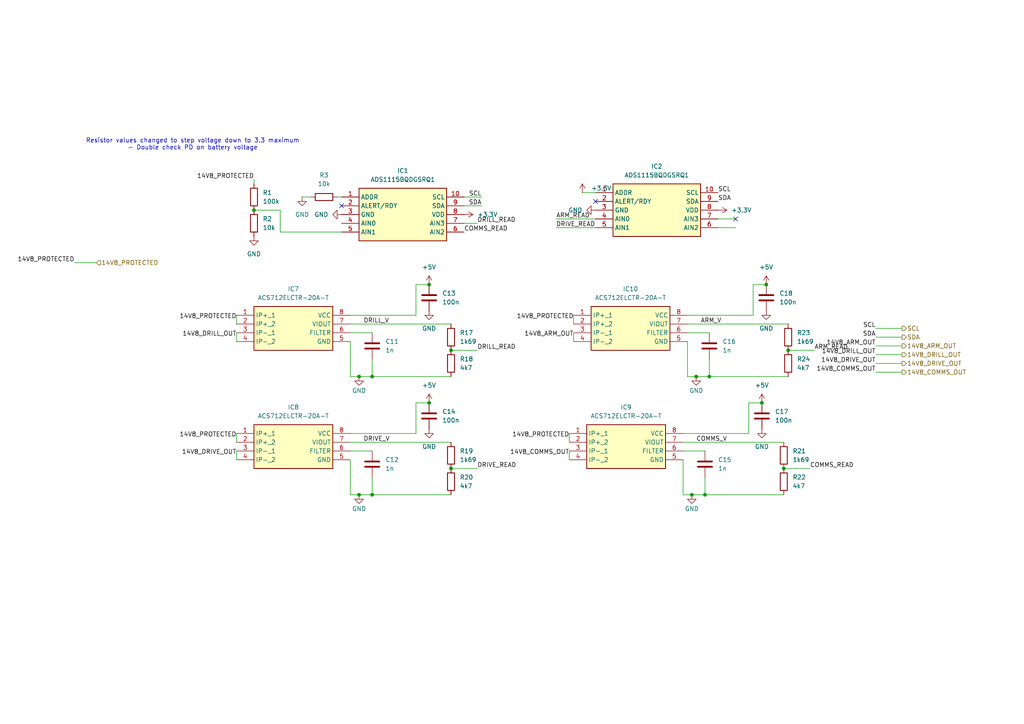
<source format=kicad_sch>
(kicad_sch (version 20250114) (generator "eeschema") (generator_version "9.0")
  (paper "A4")
  (lib_symbols
    (symbol "ACS712ELCTR-20A:ACS712ELCTR-20A-T"
      (property "Reference" "IC" (at 29.21 7.62 0))
      (property "Value" "ACS712ELCTR-20A-T" (at 29.21 5.08 0))
      (symbol "ACS712ELCTR-20A-T_1_1"
        (rectangle (start 5.08 2.54) (end 27.94 -10.16) (stroke (width 0.254)) (fill (type background)))
        (pin passive line (at 0 0 0) (length 5.08) (name "IP+_1") (number "1"))
        (pin passive line (at 0 -2.54 0) (length 5.08) (name "IP+_2") (number "2"))
        (pin passive line (at 0 -5.08 0) (length 5.08) (name "IP-_1") (number "3"))
        (pin passive line (at 0 -7.62 0) (length 5.08) (name "IP-_2") (number "4"))
        (pin passive line (at 33.02 0 180) (length 5.08) (name "VCC") (number "8"))
        (pin passive line (at 33.02 -2.54 180) (length 5.08) (name "VIOUT") (number "7"))
        (pin passive line (at 33.02 -5.08 180) (length 5.08) (name "FILTER") (number "6"))
        (pin passive line (at 33.02 -7.62 180) (length 5.08) (name "GND") (number "5"))
      )
    )
    (symbol "ADS1115BQDGSRQ1:ADS1115BQDGSRQ1"
      (property "Reference" "IC" (at 31.75 7.62 0))
      (property "Value" "ADS1115BQDGSRQ1" (at 31.75 5.08 0))
      (symbol "ADS1115BQDGSRQ1_1_1"
        (rectangle (start 5.08 2.54) (end 30.48 -12.7) (stroke (width 0.254)) (fill (type background)))
        (pin passive line (at 0 0 0) (length 5.08) (name "ADDR") (number "1"))
        (pin passive line (at 0 -2.54 0) (length 5.08) (name "ALERT/RDY") (number "2"))
        (pin passive line (at 0 -5.08 0) (length 5.08) (name "GND") (number "3"))
        (pin passive line (at 0 -7.62 0) (length 5.08) (name "AIN0") (number "4"))
        (pin passive line (at 0 -10.16 0) (length 5.08) (name "AIN1") (number "5"))
        (pin passive line (at 35.56 0 180) (length 5.08) (name "SCL") (number "10"))
        (pin passive line (at 35.56 -2.54 180) (length 5.08) (name "SDA") (number "9"))
        (pin passive line (at 35.56 -5.08 180) (length 5.08) (name "VDD") (number "8"))
        (pin passive line (at 35.56 -7.62 180) (length 5.08) (name "AIN3") (number "7"))
        (pin passive line (at 35.56 -10.16 180) (length 5.08) (name "AIN2") (number "6"))
      )
    )
    (symbol "Device:C" (pin_numbers (hide yes)) (pin_names (offset 0.254))
      (property "Reference" "C" (at 0.635 2.54 0))
      (property "Value" "C" (at 0.635 -2.54 0))
      (symbol "C_0_1"
        (polyline (pts (xy -2.032 0.762) (xy 2.032 0.762)) (stroke (width 0.508)))
        (polyline (pts (xy -2.032 -0.762) (xy 2.032 -0.762)) (stroke (width 0.508)))
      )
      (symbol "C_1_1"
        (pin passive line (at 0 3.81 270) (length 2.794) (name "~") (number "1"))
        (pin passive line (at 0 -3.81 90) (length 2.794) (name "~") (number "2"))
      )
    )
    (symbol "Device:R" (pin_numbers (hide yes)) (pin_names (offset 0))
      (property "Reference" "R" (at 2.032 0 90))
      (property "Value" "R" (at 0 0 90))
      (symbol "R_0_1"
        (rectangle (start -1.016 -2.54) (end 1.016 2.54) (stroke (width 0.254)))
      )
      (symbol "R_1_1"
        (pin passive line (at 0 3.81 270) (length 1.27) (name "~") (number "1"))
        (pin passive line (at 0 -3.81 90) (length 1.27) (name "~") (number "2"))
      )
    )
    (symbol "power:+5V" (power) (pin_numbers (hide yes)) (pin_names (offset 0) (hide yes))
      (property "Value" "+5V" (at 0 3.556 0))
      (symbol "+5V_0_1"
        (polyline (pts (xy -0.762 1.27) (xy 0 2.54)))
        (polyline (pts (xy 0 2.54) (xy 0.762 1.27)))
        (polyline (pts (xy 0 0) (xy 0 2.54)))
      )
      (symbol "+5V_1_1"
        (pin power_in line (at 0 0 90) (length 0) (name "~") (number "1"))
      )
    )
    (symbol "power:GND" (power) (pin_numbers (hide yes)) (pin_names (offset 0) (hide yes))
      (property "Value" "GND" (at 0 -3.81 0))
      (symbol "GND_0_1"
        (polyline (pts (xy 0 0) (xy 0 -1.27) (xy 1.27 -1.27) (xy 0 -2.54) (xy -1.27 -1.27) (xy 0 -1.27)))
      )
      (symbol "GND_1_1"
        (pin power_in line (at 0 0 270) (length 0) (name "~") (number "1"))
      )
    )
  )
  (text "Resistor values changed to step voltage down to 3.3 maximum\n- Double check PD on battery voltage" (at 55.88 41.91 0) (effects (font (size 1.27 1.27))))
  (junction (at 200.66 143.51))
  (junction (at 124.46 82.55))
  (junction (at 130.81 101.6))
  (junction (at 205.74 109.22))
  (junction (at 73.66 60.96))
  (junction (at 204.47 143.51))
  (junction (at 220.98 116.84))
  (junction (at 104.14 143.51))
  (junction (at 124.46 116.84))
  (junction (at 107.95 109.22))
  (junction (at 201.93 109.22))
  (junction (at 130.81 135.89))
  (junction (at 227.33 135.89))
  (junction (at 104.14 109.22))
  (junction (at 222.25 82.55))
  (junction (at 107.95 143.51))
  (junction (at 228.6 101.6))
  (no_connect (at 213.36 63.5))
  (no_connect (at 99.06 59.69))
  (no_connect (at 172.72 58.42))
  (wire (pts (xy 130.81 101.6) (xy 138.43 101.6)))
  (wire (pts (xy 208.28 63.5) (xy 213.36 63.5)))
  (wire (pts (xy 217.17 116.84) (xy 217.17 125.73)))
  (wire (pts (xy 97.79 57.15) (xy 99.06 57.15)))
  (wire (pts (xy 161.29 66.04) (xy 172.72 66.04)))
  (wire (pts (xy 120.65 82.55) (xy 120.65 91.44)))
  (wire (pts (xy 227.33 135.89) (xy 234.95 135.89)))
  (wire (pts (xy 101.6 96.52) (xy 107.95 96.52)))
  (wire (pts (xy 254 107.95) (xy 261.62 107.95)))
  (wire (pts (xy 101.6 99.06) (xy 101.6 109.22)))
  (wire (pts (xy 120.65 91.44) (xy 101.6 91.44)))
  (wire (pts (xy 68.58 96.52) (xy 68.58 99.06)))
  (wire (pts (xy 228.6 101.6) (xy 236.22 101.6)))
  (wire (pts (xy 201.93 109.22) (xy 205.74 109.22)))
  (wire (pts (xy 107.95 109.22) (xy 130.81 109.22)))
  (wire (pts (xy 120.65 82.55) (xy 124.46 82.55)))
  (wire (pts (xy 68.58 130.81) (xy 68.58 133.35)))
  (wire (pts (xy 68.58 125.73) (xy 68.58 128.27)))
  (wire (pts (xy 198.12 133.35) (xy 198.12 143.51)))
  (wire (pts (xy 166.37 91.44) (xy 166.37 93.98)))
  (wire (pts (xy 198.12 130.81) (xy 204.47 130.81)))
  (wire (pts (xy 199.39 96.52) (xy 205.74 96.52)))
  (wire (pts (xy 107.95 143.51) (xy 130.81 143.51)))
  (wire (pts (xy 21.59 76.2) (xy 27.94 76.2)))
  (wire (pts (xy 254 105.41) (xy 261.62 105.41)))
  (wire (pts (xy 104.14 143.51) (xy 107.95 143.51)))
  (wire (pts (xy 165.1 130.81) (xy 165.1 133.35)))
  (wire (pts (xy 134.62 64.77) (xy 138.43 64.77)))
  (wire (pts (xy 120.65 116.84) (xy 124.46 116.84)))
  (wire (pts (xy 107.95 143.51) (xy 107.95 138.43)))
  (wire (pts (xy 87.63 57.15) (xy 90.17 57.15)))
  (wire (pts (xy 200.66 143.51) (xy 204.47 143.51)))
  (wire (pts (xy 205.74 109.22) (xy 205.74 104.14)))
  (wire (pts (xy 204.47 143.51) (xy 204.47 138.43)))
  (wire (pts (xy 218.44 82.55) (xy 222.25 82.55)))
  (wire (pts (xy 104.14 143.51) (xy 101.6 143.51)))
  (wire (pts (xy 107.95 109.22) (xy 107.95 104.14)))
  (wire (pts (xy 218.44 91.44) (xy 199.39 91.44)))
  (wire (pts (xy 134.62 57.15) (xy 139.7 57.15)))
  (wire (pts (xy 218.44 82.55) (xy 218.44 91.44)))
  (wire (pts (xy 104.14 109.22) (xy 107.95 109.22)))
  (wire (pts (xy 198.12 128.27) (xy 227.33 128.27)))
  (wire (pts (xy 205.74 109.22) (xy 228.6 109.22)))
  (wire (pts (xy 120.65 125.73) (xy 101.6 125.73)))
  (wire (pts (xy 101.6 133.35) (xy 101.6 143.51)))
  (wire (pts (xy 254 95.25) (xy 261.62 95.25)))
  (wire (pts (xy 254 102.87) (xy 261.62 102.87)))
  (wire (pts (xy 130.81 135.89) (xy 138.43 135.89)))
  (wire (pts (xy 134.62 59.69) (xy 139.7 59.69)))
  (wire (pts (xy 217.17 116.84) (xy 220.98 116.84)))
  (wire (pts (xy 120.65 116.84) (xy 120.65 125.73)))
  (wire (pts (xy 168.91 55.88) (xy 172.72 55.88)))
  (wire (pts (xy 99.06 67.31) (xy 81.28 67.31)))
  (wire (pts (xy 199.39 93.98) (xy 228.6 93.98)))
  (wire (pts (xy 73.66 52.07) (xy 73.66 53.34)))
  (wire (pts (xy 166.37 96.52) (xy 166.37 99.06)))
  (wire (pts (xy 208.28 66.04) (xy 213.36 66.04)))
  (wire (pts (xy 254 100.33) (xy 261.62 100.33)))
  (wire (pts (xy 161.29 63.5) (xy 172.72 63.5)))
  (wire (pts (xy 101.6 93.98) (xy 130.81 93.98)))
  (wire (pts (xy 201.93 109.22) (xy 199.39 109.22)))
  (wire (pts (xy 217.17 125.73) (xy 198.12 125.73)))
  (wire (pts (xy 81.28 67.31) (xy 81.28 60.96)))
  (wire (pts (xy 204.47 143.51) (xy 227.33 143.51)))
  (wire (pts (xy 254 97.79) (xy 261.62 97.79)))
  (wire (pts (xy 101.6 130.81) (xy 107.95 130.81)))
  (wire (pts (xy 104.14 109.22) (xy 101.6 109.22)))
  (wire (pts (xy 200.66 143.51) (xy 198.12 143.51)))
  (wire (pts (xy 68.58 91.44) (xy 68.58 93.98)))
  (wire (pts (xy 165.1 125.73) (xy 165.1 128.27)))
  (wire (pts (xy 101.6 128.27) (xy 130.81 128.27)))
  (wire (pts (xy 81.28 60.96) (xy 73.66 60.96)))
  (wire (pts (xy 199.39 99.06) (xy 199.39 109.22)))
  (label "COMMS_V" (at 201.93 128.27 0))
  (label "SCL" (at 139.7 57.15 180))
  (label "DRILL_READ" (at 138.43 64.77 0))
  (label "SCL" (at 208.28 55.88 0))
  (label "14V8_PROTECTED" (at 68.58 92.71 180))
  (label "SCL" (at 254 95.25 180))
  (label "14V8_PROTECTED" (at 21.59 76.2 180))
  (label "ARM_READ" (at 236.22 101.6 0))
  (label "14V8_COMMS_OUT" (at 165.1 132.08 180))
  (label "SDA" (at 208.28 58.42 0))
  (label "14V8_DRILL_OUT" (at 68.58 97.79 180))
  (label "DRILL_V" (at 105.41 93.98 0))
  (label "14V8_PROTECTED" (at 73.66 52.07 180))
  (label "COMMS_READ" (at 234.95 135.89 0))
  (label "14V8_COMMS_OUT" (at 254 107.95 180))
  (label "ARM_V" (at 203.2 93.98 0))
  (label "14V8_DRIVE_OUT" (at 254 105.41 180))
  (label "DRIVE_V" (at 105.41 128.27 0))
  (label "14V8_PROTECTED" (at 165.1 127 180))
  (label "SDA" (at 254 97.79 180))
  (label "14V8_ARM_OUT" (at 166.37 97.79 180))
  (label "14V8_ARM_OUT" (at 254 100.33 180))
  (label "SDA" (at 139.7 59.69 180))
  (label "ARM_READ" (at 161.29 63.5 0))
  (label "DRILL_READ" (at 138.43 101.6 0))
  (label "14V8_DRIVE_OUT" (at 68.58 132.08 180))
  (label "14V8_PROTECTED" (at 68.58 127 180))
  (label "14V8_PROTECTED" (at 166.37 92.71 180))
  (label "DRIVE_READ" (at 138.43 135.89 0))
  (label "COMMS_READ" (at 134.62 67.31 0))
  (label "14V8_DRILL_OUT" (at 254 102.87 180))
  (label "DRIVE_READ" (at 161.29 66.04 0))
  (hierarchical_label "14V8_DRILL_OUT" (shape output) (at 261.62 102.87 0))
  (hierarchical_label "SDA" (shape output) (at 261.62 97.79 0))
  (hierarchical_label "14V8_COMMS_OUT" (shape output) (at 261.62 107.95 0))
  (hierarchical_label "14V8_DRIVE_OUT" (shape output) (at 261.62 105.41 0))
  (hierarchical_label "SCL" (shape output) (at 261.62 95.25 0))
  (hierarchical_label "14V8_ARM_OUT" (shape output) (at 261.62 100.33 0))
  (hierarchical_label "14V8_PROTECTED" (shape input) (at 27.94 76.2 0))
  (symbol (lib_id "ACS712ELCTR-20A:ACS712ELCTR-20A-T") (at 166.37 91.44 0) (unit 1)
    (property "Reference" "IC10" (at 182.88 83.82 0))
    (property "Value" "ACS712ELCTR-20A-T" (at 182.88 86.36 0))
    (property "Footprint" "iprl_footprints:SOIC127P600X175-8N" (effects (hide yes)))
    (property "Datasheet" "https://www.farnell.com/datasheets/4078634.pdf" (effects (hide yes)))
    (property "Description" "Low-noise analog signal path  Device bandwidth is set via the new FILTER pin  5 s output rise time in response to step input current  80 kHz bandwidth  Total output error 1.5% at TA= 25C  Small footprint, low-profile SOIC-8 package  1.2 m internal conductor resistance  2.1 kVRMS minimum isolation voltage from pins 1-4 to pins 5-8  5.0 V, single supply operation  66 to 185 mV/A output sensitivity  Output voltage proportional to AC or DC currents  Factory-trimmed for accuracy  Extre" (effects (hide yes)))
    (property "Height" "1.75" (effects (hide yes)))
    (property "Manufacturer_Name" "FARNELL" (effects (hide yes)))
    (property "Manufacturer_Part_Number" "ACS712ELCTR-20A-T" (effects (hide yes)))
  )
  (symbol (lib_id "power:+5V") (at 222.25 82.55 0) (unit 1)
    (property "Reference" "#PWR049" (effects (hide yes)))
    (property "Value" "+5V" (at 222.25 77.47 0))
    (property "Description" "Power symbol creates a global label with name \"+5V\"" (effects (hide yes)))
  )
  (symbol (lib_id "Device:C") (at 205.74 100.33 0) (unit 1)
    (property "Reference" "C16" (at 209.55 99.0599 0) (effects (justify left)))
    (property "Value" "1n" (at 209.55 101.5999 0) (effects (justify left)))
    (property "Footprint" "Capacitor_SMD:C_0805_2012Metric" (effects (hide yes)))
    (property "Description" "Unpolarized capacitor" (effects (hide yes)))
  )
  (symbol (lib_id "Device:R") (at 73.66 57.15 0) (unit 1)
    (property "Reference" "R1" (at 76.2 55.8799 0) (effects (justify left)))
    (property "Value" "100k" (at 76.2 58.4199 0) (effects (justify left)))
    (property "Footprint" "Resistor_SMD:R_0805_2012Metric" (effects (hide yes)))
    (property "Description" "Resistor" (effects (hide yes)))
  )
  (symbol (lib_id "Device:R") (at 130.81 139.7 0) (unit 1)
    (property "Reference" "R20" (at 133.35 138.4299 0) (effects (justify left)))
    (property "Value" "4k7" (at 133.35 140.9699 0) (effects (justify left)))
    (property "Footprint" "Resistor_SMD:R_0805_2012Metric" (effects (hide yes)))
    (property "Description" "Resistor" (effects (hide yes)))
  )
  (symbol (lib_id "power:+5V") (at 124.46 116.84 0) (unit 1)
    (property "Reference" "#PWR043" (effects (hide yes)))
    (property "Value" "+5V" (at 124.46 111.76 0))
    (property "Description" "Power symbol creates a global label with name \"+5V\"" (effects (hide yes)))
  )
  (symbol (lib_id "power:GND") (at 172.72 60.96 270) (unit 1)
    (property "Reference" "#PWR023" (effects (hide yes)))
    (property "Value" "GND" (at 168.91 60.9599 90) (effects (justify right)))
    (property "Description" "Power symbol creates a global label with name \"GND\" , ground" (effects (hide yes)))
  )
  (symbol (lib_id "power:GND") (at 104.14 143.51 0) (unit 1)
    (property "Reference" "#PWR040" (effects (hide yes)))
    (property "Value" "GND" (at 104.14 147.574 0))
    (property "Description" "Power symbol creates a global label with name \"GND\" , ground" (effects (hide yes)))
  )
  (symbol (lib_id "power:GND") (at 104.14 109.22 0) (unit 1)
    (property "Reference" "#PWR039" (effects (hide yes)))
    (property "Value" "GND" (at 104.14 113.284 0))
    (property "Description" "Power symbol creates a global label with name \"GND\" , ground" (effects (hide yes)))
  )
  (symbol (lib_id "Device:R") (at 227.33 132.08 0) (unit 1)
    (property "Reference" "R21" (at 229.87 130.8099 0) (effects (justify left)))
    (property "Value" "1k69" (at 229.87 133.3499 0) (effects (justify left)))
    (property "Footprint" "Resistor_SMD:R_0805_2012Metric" (effects (hide yes)))
    (property "Description" "Resistor" (effects (hide yes)))
  )
  (symbol (lib_id "power:GND") (at 124.46 90.17 0) (unit 1)
    (property "Reference" "#PWR042" (effects (hide yes)))
    (property "Value" "GND" (at 124.46 95.25 0))
    (property "Description" "Power symbol creates a global label with name \"GND\" , ground" (effects (hide yes)))
  )
  (symbol (lib_id "Device:R") (at 93.98 57.15 90) (unit 1)
    (property "Reference" "R3" (at 93.98 50.8 90))
    (property "Value" "10k" (at 93.98 53.34 90))
    (property "Footprint" "Resistor_SMD:R_0805_2012Metric" (effects (hide yes)))
    (property "Description" "Resistor" (effects (hide yes)))
  )
  (symbol (lib_id "ACS712ELCTR-20A:ACS712ELCTR-20A-T") (at 165.1 125.73 0) (unit 1)
    (property "Reference" "IC9" (at 181.61 118.11 0))
    (property "Value" "ACS712ELCTR-20A-T" (at 181.61 120.65 0))
    (property "Footprint" "iprl_footprints:SOIC127P600X175-8N" (effects (hide yes)))
    (property "Datasheet" "https://www.farnell.com/datasheets/4078634.pdf" (effects (hide yes)))
    (property "Description" "Low-noise analog signal path  Device bandwidth is set via the new FILTER pin  5 s output rise time in response to step input current  80 kHz bandwidth  Total output error 1.5% at TA= 25C  Small footprint, low-profile SOIC-8 package  1.2 m internal conductor resistance  2.1 kVRMS minimum isolation voltage from pins 1-4 to pins 5-8  5.0 V, single supply operation  66 to 185 mV/A output sensitivity  Output voltage proportional to AC or DC currents  Factory-trimmed for accuracy  Extre" (effects (hide yes)))
    (property "Height" "1.75" (effects (hide yes)))
    (property "Manufacturer_Name" "FARNELL" (effects (hide yes)))
    (property "Manufacturer_Part_Number" "ACS712ELCTR-20A-T" (effects (hide yes)))
  )
  (symbol (lib_id "ADS1115BQDGSRQ1:ADS1115BQDGSRQ1") (at 172.72 55.88 0) (unit 1)
    (property "Reference" "IC2" (at 190.5 48.26 0))
    (property "Value" "ADS1115BQDGSRQ1" (at 190.5 50.8 0))
    (property "Footprint" "iprl_footprints:SOP50P490X110-10N" (effects (hide yes)))
    (property "Datasheet" "http://www.ti.com/lit/gpn/ads1115-q1" (effects (hide yes)))
    (property "Description" "Automotive 16-Bit 860SPS 4-Ch Delta-Sigma ADC With PGA, Oscillator, VREF, Comparator, and I2C" (effects (hide yes)))
    (property "Height" "1.1" (effects (hide yes)))
    (property "Mouser Part Number" "595-ADS1115BQDGSRQ1" (effects (hide yes)))
    (property "Mouser Price/Stock" "https://www.mouser.co.uk/ProductDetail/Texas-Instruments/ADS1115BQDGSRQ1?qs=34RfhUjJmKdvyLrkbnfjHA%3D%3D" (effects (hide yes)))
    (property "Manufacturer_Name" "Texas Instruments" (effects (hide yes)))
    (property "Manufacturer_Part_Number" "ADS1115BQDGSRQ1" (effects (hide yes)))
  )
  (symbol (lib_id "power:+5V") (at 208.28 60.96 270) (unit 1)
    (property "Reference" "#PWR029" (effects (hide yes)))
    (property "Value" "+3.3V" (at 212.09 60.9599 90) (effects (justify left)))
    (property "Description" "Power symbol creates a global label with name \"+5V\"" (effects (hide yes)))
  )
  (symbol (lib_id "Device:C") (at 107.95 100.33 0) (unit 1)
    (property "Reference" "C11" (at 111.76 99.0599 0) (effects (justify left)))
    (property "Value" "1n" (at 111.76 101.5999 0) (effects (justify left)))
    (property "Footprint" "Capacitor_SMD:C_0805_2012Metric" (effects (hide yes)))
    (property "Description" "Unpolarized capacitor" (effects (hide yes)))
  )
  (symbol (lib_id "ADS1115BQDGSRQ1:ADS1115BQDGSRQ1") (at 99.06 57.15 0) (unit 1)
    (property "Reference" "IC1" (at 116.84 49.53 0))
    (property "Value" "ADS1115BQDGSRQ1" (at 116.84 52.07 0))
    (property "Footprint" "iprl_footprints:SOP50P490X110-10N" (effects (hide yes)))
    (property "Datasheet" "http://www.ti.com/lit/gpn/ads1115-q1" (effects (hide yes)))
    (property "Description" "Automotive 16-Bit 860SPS 4-Ch Delta-Sigma ADC With PGA, Oscillator, VREF, Comparator, and I2C" (effects (hide yes)))
    (property "Height" "1.1" (effects (hide yes)))
    (property "Mouser Part Number" "595-ADS1115BQDGSRQ1" (effects (hide yes)))
    (property "Mouser Price/Stock" "https://www.mouser.co.uk/ProductDetail/Texas-Instruments/ADS1115BQDGSRQ1?qs=34RfhUjJmKdvyLrkbnfjHA%3D%3D" (effects (hide yes)))
    (property "Manufacturer_Name" "Texas Instruments" (effects (hide yes)))
    (property "Manufacturer_Part_Number" "ADS1115BQDGSRQ1" (effects (hide yes)))
  )
  (symbol (lib_id "Device:R") (at 130.81 105.41 0) (unit 1)
    (property "Reference" "R18" (at 133.35 104.1399 0) (effects (justify left)))
    (property "Value" "4k7" (at 133.35 106.6799 0) (effects (justify left)))
    (property "Footprint" "Resistor_SMD:R_0805_2012Metric" (effects (hide yes)))
    (property "Description" "Resistor" (effects (hide yes)))
  )
  (symbol (lib_id "power:GND") (at 124.46 124.46 0) (unit 1)
    (property "Reference" "#PWR044" (effects (hide yes)))
    (property "Value" "GND" (at 124.46 129.54 0))
    (property "Description" "Power symbol creates a global label with name \"GND\" , ground" (effects (hide yes)))
  )
  (symbol (lib_id "power:GND") (at 220.98 124.46 0) (unit 1)
    (property "Reference" "#PWR048" (effects (hide yes)))
    (property "Value" "GND" (at 220.98 129.54 0))
    (property "Description" "Power symbol creates a global label with name \"GND\" , ground" (effects (hide yes)))
  )
  (symbol (lib_id "Device:C") (at 204.47 134.62 0) (unit 1)
    (property "Reference" "C15" (at 208.28 133.3499 0) (effects (justify left)))
    (property "Value" "1n" (at 208.28 135.8899 0) (effects (justify left)))
    (property "Footprint" "Capacitor_SMD:C_0805_2012Metric" (effects (hide yes)))
    (property "Description" "Unpolarized capacitor" (effects (hide yes)))
  )
  (symbol (lib_id "power:+5V") (at 134.62 62.23 270) (unit 1)
    (property "Reference" "#PWR028" (effects (hide yes)))
    (property "Value" "+3.3V" (at 138.43 62.2299 90) (effects (justify left)))
    (property "Description" "Power symbol creates a global label with name \"+5V\"" (effects (hide yes)))
  )
  (symbol (lib_id "power:GND") (at 99.06 62.23 270) (unit 1)
    (property "Reference" "#PWR022" (effects (hide yes)))
    (property "Value" "GND" (at 95.25 62.2299 90) (effects (justify right)))
    (property "Description" "Power symbol creates a global label with name \"GND\" , ground" (effects (hide yes)))
  )
  (symbol (lib_id "power:+5V") (at 220.98 116.84 0) (unit 1)
    (property "Reference" "#PWR047" (effects (hide yes)))
    (property "Value" "+5V" (at 220.98 111.76 0))
    (property "Description" "Power symbol creates a global label with name \"+5V\"" (effects (hide yes)))
  )
  (symbol (lib_id "power:GND") (at 222.25 90.17 0) (unit 1)
    (property "Reference" "#PWR050" (effects (hide yes)))
    (property "Value" "GND" (at 222.25 95.25 0))
    (property "Description" "Power symbol creates a global label with name \"GND\" , ground" (effects (hide yes)))
  )
  (symbol (lib_id "power:GND") (at 73.66 68.58 0) (unit 1)
    (property "Reference" "#PWR017" (effects (hide yes)))
    (property "Value" "GND" (at 73.66 73.66 0))
    (property "Description" "Power symbol creates a global label with name \"GND\" , ground" (effects (hide yes)))
  )
  (symbol (lib_id "power:+5V") (at 124.46 82.55 0) (unit 1)
    (property "Reference" "#PWR041" (effects (hide yes)))
    (property "Value" "+5V" (at 124.46 77.47 0))
    (property "Description" "Power symbol creates a global label with name \"+5V\"" (effects (hide yes)))
  )
  (symbol (lib_id "Device:R") (at 130.81 132.08 0) (unit 1)
    (property "Reference" "R19" (at 133.35 130.8099 0) (effects (justify left)))
    (property "Value" "1k69" (at 133.35 133.3499 0) (effects (justify left)))
    (property "Footprint" "Resistor_SMD:R_0805_2012Metric" (effects (hide yes)))
    (property "Description" "Resistor" (effects (hide yes)))
  )
  (symbol (lib_id "Device:C") (at 107.95 134.62 0) (unit 1)
    (property "Reference" "C12" (at 111.76 133.3499 0) (effects (justify left)))
    (property "Value" "1n" (at 111.76 135.8899 0) (effects (justify left)))
    (property "Footprint" "Capacitor_SMD:C_0805_2012Metric" (effects (hide yes)))
    (property "Description" "Unpolarized capacitor" (effects (hide yes)))
  )
  (symbol (lib_id "Device:R") (at 227.33 139.7 0) (unit 1)
    (property "Reference" "R22" (at 229.87 138.4299 0) (effects (justify left)))
    (property "Value" "4k7" (at 229.87 140.9699 0) (effects (justify left)))
    (property "Footprint" "Resistor_SMD:R_0805_2012Metric" (effects (hide yes)))
    (property "Description" "Resistor" (effects (hide yes)))
  )
  (symbol (lib_id "Device:C") (at 222.25 86.36 0) (unit 1)
    (property "Reference" "C18" (at 226.06 85.0899 0) (effects (justify left)))
    (property "Value" "100n" (at 226.06 87.6299 0) (effects (justify left)))
    (property "Footprint" "Capacitor_SMD:C_0805_2012Metric" (effects (hide yes)))
    (property "Description" "Unpolarized capacitor" (effects (hide yes)))
  )
  (symbol (lib_id "Device:R") (at 228.6 105.41 0) (unit 1)
    (property "Reference" "R24" (at 231.14 104.1399 0) (effects (justify left)))
    (property "Value" "4k7" (at 231.14 106.6799 0) (effects (justify left)))
    (property "Footprint" "Resistor_SMD:R_0805_2012Metric" (effects (hide yes)))
    (property "Description" "Resistor" (effects (hide yes)))
  )
  (symbol (lib_id "ACS712ELCTR-20A:ACS712ELCTR-20A-T") (at 68.58 125.73 0) (unit 1)
    (property "Reference" "IC8" (at 85.09 118.11 0))
    (property "Value" "ACS712ELCTR-20A-T" (at 85.09 120.65 0))
    (property "Footprint" "iprl_footprints:SOIC127P600X175-8N" (effects (hide yes)))
    (property "Datasheet" "https://www.farnell.com/datasheets/4078634.pdf" (effects (hide yes)))
    (property "Description" "Low-noise analog signal path  Device bandwidth is set via the new FILTER pin  5 s output rise time in response to step input current  80 kHz bandwidth  Total output error 1.5% at TA= 25C  Small footprint, low-profile SOIC-8 package  1.2 m internal conductor resistance  2.1 kVRMS minimum isolation voltage from pins 1-4 to pins 5-8  5.0 V, single supply operation  66 to 185 mV/A output sensitivity  Output voltage proportional to AC or DC currents  Factory-trimmed for accuracy  Extre" (effects (hide yes)))
    (property "Height" "1.75" (effects (hide yes)))
    (property "Manufacturer_Name" "FARNELL" (effects (hide yes)))
    (property "Manufacturer_Part_Number" "ACS712ELCTR-20A-T" (effects (hide yes)))
  )
  (symbol (lib_id "power:GND") (at 201.93 109.22 0) (unit 1)
    (property "Reference" "#PWR046" (effects (hide yes)))
    (property "Value" "GND" (at 201.93 113.284 0))
    (property "Description" "Power symbol creates a global label with name \"GND\" , ground" (effects (hide yes)))
  )
  (symbol (lib_id "Device:R") (at 130.81 97.79 0) (unit 1)
    (property "Reference" "R17" (at 133.35 96.5199 0) (effects (justify left)))
    (property "Value" "1k69" (at 133.35 99.0599 0) (effects (justify left)))
    (property "Footprint" "Resistor_SMD:R_0805_2012Metric" (effects (hide yes)))
    (property "Description" "Resistor" (effects (hide yes)))
  )
  (symbol (lib_id "Device:C") (at 124.46 86.36 0) (unit 1)
    (property "Reference" "C13" (at 128.27 85.0899 0) (effects (justify left)))
    (property "Value" "100n" (at 128.27 87.6299 0) (effects (justify left)))
    (property "Footprint" "Capacitor_SMD:C_0805_2012Metric" (effects (hide yes)))
    (property "Description" "Unpolarized capacitor" (effects (hide yes)))
  )
  (symbol (lib_id "Device:R") (at 228.6 97.79 0) (unit 1)
    (property "Reference" "R23" (at 231.14 96.5199 0) (effects (justify left)))
    (property "Value" "1k69" (at 231.14 99.0599 0) (effects (justify left)))
    (property "Footprint" "Resistor_SMD:R_0805_2012Metric" (effects (hide yes)))
    (property "Description" "Resistor" (effects (hide yes)))
  )
  (symbol (lib_id "power:GND") (at 87.63 57.15 0) (unit 1)
    (property "Reference" "#PWR020" (effects (hide yes)))
    (property "Value" "GND" (at 87.63 62.23 0))
    (property "Description" "Power symbol creates a global label with name \"GND\" , ground" (effects (hide yes)))
  )
  (symbol (lib_id "power:GND") (at 200.66 143.51 0) (unit 1)
    (property "Reference" "#PWR045" (effects (hide yes)))
    (property "Value" "GND" (at 200.66 147.574 0))
    (property "Description" "Power symbol creates a global label with name \"GND\" , ground" (effects (hide yes)))
  )
  (symbol (lib_id "Device:C") (at 124.46 120.65 0) (unit 1)
    (property "Reference" "C14" (at 128.27 119.3799 0) (effects (justify left)))
    (property "Value" "100n" (at 128.27 121.9199 0) (effects (justify left)))
    (property "Footprint" "Capacitor_SMD:C_0805_2012Metric" (effects (hide yes)))
    (property "Description" "Unpolarized capacitor" (effects (hide yes)))
  )
  (symbol (lib_id "Device:R") (at 73.66 64.77 0) (unit 1)
    (property "Reference" "R2" (at 76.2 63.4999 0) (effects (justify left)))
    (property "Value" "10k" (at 76.2 66.0399 0) (effects (justify left)))
    (property "Footprint" "Resistor_SMD:R_0805_2012Metric" (effects (hide yes)))
    (property "Description" "Resistor" (effects (hide yes)))
  )
  (symbol (lib_id "power:+5V") (at 168.91 55.88 0) (unit 1)
    (property "Reference" "#PWR021" (effects (hide yes)))
    (property "Value" "+3.3V" (at 171.45 54.6099 0) (effects (justify left)))
    (property "Description" "Power symbol creates a global label with name \"+5V\"" (effects (hide yes)))
  )
  (symbol (lib_id "Device:C") (at 220.98 120.65 0) (unit 1)
    (property "Reference" "C17" (at 224.79 119.3799 0) (effects (justify left)))
    (property "Value" "100n" (at 224.79 121.9199 0) (effects (justify left)))
    (property "Footprint" "Capacitor_SMD:C_0805_2012Metric" (effects (hide yes)))
    (property "Description" "Unpolarized capacitor" (effects (hide yes)))
  )
  (symbol (lib_id "ACS712ELCTR-20A:ACS712ELCTR-20A-T") (at 68.58 91.44 0) (unit 1)
    (property "Reference" "IC7" (at 85.09 83.82 0))
    (property "Value" "ACS712ELCTR-20A-T" (at 85.09 86.36 0))
    (property "Footprint" "iprl_footprints:SOIC127P600X175-8N" (effects (hide yes)))
    (property "Datasheet" "https://www.farnell.com/datasheets/4078634.pdf" (effects (hide yes)))
    (property "Description" "Low-noise analog signal path  Device bandwidth is set via the new FILTER pin  5 s output rise time in response to step input current  80 kHz bandwidth  Total output error 1.5% at TA= 25C  Small footprint, low-profile SOIC-8 package  1.2 m internal conductor resistance  2.1 kVRMS minimum isolation voltage from pins 1-4 to pins 5-8  5.0 V, single supply operation  66 to 185 mV/A output sensitivity  Output voltage proportional to AC or DC currents  Factory-trimmed for accuracy  Extre" (effects (hide yes)))
    (property "Height" "1.75" (effects (hide yes)))
    (property "Manufacturer_Name" "FARNELL" (effects (hide yes)))
    (property "Manufacturer_Part_Number" "ACS712ELCTR-20A-T" (effects (hide yes)))
  )
)
</source>
